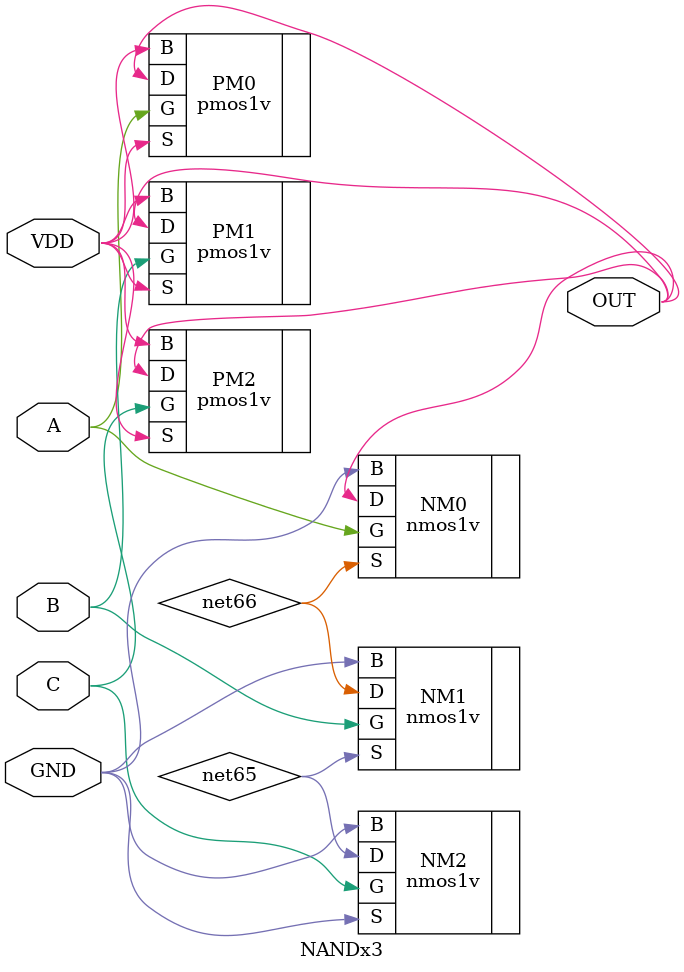
<source format=v>

module NANDx3 (
A,B,C,VDD,GND,OUT );
input  A;
input  B;
input  C;
input  VDD;
input  GND;
output  OUT;
wire net66;
wire VDD;
wire net65;
wire C;
wire A;
wire GND;
wire B;
wire OUT;

pmos1v    
 PM2  ( .S( VDD ), .G( C ), .B( VDD ), .D( OUT ) );

pmos1v    
 PM1  ( .S( VDD ), .G( B ), .B( VDD ), .D( OUT ) );

pmos1v    
 PM0  ( .S( VDD ), .G( A ), .B( VDD ), .D( OUT ) );

nmos1v    
 NM2  ( .S( GND ), .G( C ), .B( GND ), .D( net65 ) );

nmos1v    
 NM1  ( .S( net65 ), .G( B ), .B( GND ), .D( net66 ) );

nmos1v    
 NM0  ( .S( net66 ), .G( A ), .B( GND ), .D( OUT ) );

endmodule


</source>
